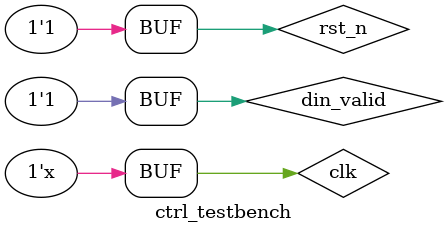
<source format=v>
module ctrl_testbench();

localparam FFT_NUM = 6;
localparam TM_DELAY = 1;

reg                clk;
reg                rst_n;
reg                din_valid;
wire               dout_valid;
wire               halt_ctrl;
wire [1:0]         pe5_tm8_ctrl;
wire               pe4_tm4_ctrl;
wire [1:0]         pe2_tm8_ctrl;
wire               pe1_tm4_ctrl;

always
begin
    #5 clk = ~clk;
end

initial
begin
    clk = 1;
    rst_n = 1;
    din_valid = 0;

    #20 rst_n = 0;
    #20 rst_n = 1;

    #40 din_valid <= 1;
//    #250 din_valid <= 0;
//    #300 din_valid <= 1;
//    #600 din_valid <= 0;
//    #650 din_valid <= 1;
end

dif_radix2_ctrl
#(
    .FFT_NUM(FFT_NUM),
    .TM_DELAY(TM_DELAY)
) ctrl (
    .clk(clk),
    .rst_n(rst_n),
    .din_valid(din_valid),
    .dout_valid(dout_valid),
    .halt_ctrl(halt_ctrl),
    .pe5_tm8_ctrl(pe5_tm8_ctrl),
    .pe4_tm4_ctrl(pe4_tm4_ctrl),
    .pe2_tm8_ctrl(pe2_tm8_ctrl),
    .pe1_tm4_ctrl(pe1_tm4_ctrl)
);

endmodule
</source>
